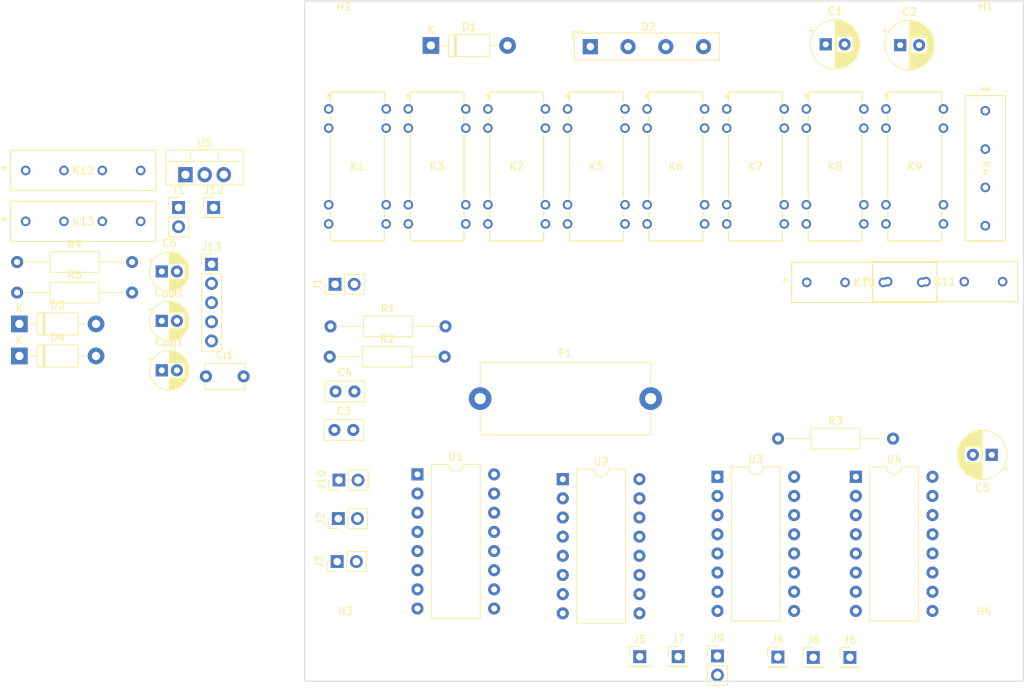
<source format=kicad_pcb>
(kicad_pcb (version 20240108) (generator "pcbnew") (generator_version "8.0")
  (layers (0 "F.Cu" signal) (31 "B.Cu" signal) (34 "B.Paste" user) (35 "F.Paste" user) (36 "B.SilkS" user "B.Silkscreen") (37 "F.SilkS" user "F.Silkscreen") (38 "B.Mask" user) (39 "F.Mask" user) (44 "Edge.Cuts" user))
  (net 0 "")
  (net 1 "Net-(C1-Pad1)")
  (net 2 "Net-(C1-Pad2)")
  (net 3 "Net-(C2-Pad2)")
  (net 4 "Net-(C2-Pad1)")
  (net 5 "Net-(D1-K)")
  (net 6 "Net-(D1-A)")
  (net 7 "Net-(D2-Pad2)")
  (net 8 "Net-(D2--)")
  (net 9 "Net-(D2-Pad3)")
  (net 10 "Net-(D2-+)")
  (net 11 "Net-(J1-Pin_2)")
  (net 12 "Net-(J1-Pin_1)")
  (net 13 "+12V")
  (net 14 "Net-(C5-Pad2)")
  (net 15 "Net-(K1-Pad14)")
  (net 20 "GND")
  (net 21 "Net-(C5-Pad1)")
  (net 22 "Net-(J4-Pin_1)")
  (net 25 "Net-(K6-Pad14)")
  (net 27 "Net-(K6-Pad1)")
  (net 29 "Net-(K7-Pad14)")
  (net 30 "Net-(K7-Pad1)")
  (net 38 "Net-(J5-Pin_1)")
  (net 39 "+5V")
  (net 40 "Net-(J6-Pin_1)")
  (net 41 "Net-(J7-Pin_1)")
  (net 42 "Net-(U1-Q7_2)")
  (net 43 "/I_{15}")
  (net 44 "/I_{21}")
  (net 45 "/I_{13}")
  (net 46 "/I_{17}")
  (net 47 "/I_{16}")
  (net 48 "Net-(J8-Pin_1)")
  (net 49 "/I_{14}")
  (net 50 "/I_{11}")
  (net 51 "/I_{12}")
  (net 52 "/O_{14}")
  (net 53 "Net-(F1-Pad2)")
  (net 54 "/O_{15}")
  (net 55 "/O_{11}")
  (net 56 "/O_{17}")
  (net 57 "/O_{16}")
  (net 58 "/O_{13}")
  (net 59 "Net-(C6-Pad1)")
  (net 60 "/O_{12}")
  (net 61 "/I_{22}")
  (net 62 "/I_{23}")
  (net 63 "/I_{25}")
  (net 64 "/I_{24}")
  (net 65 "/I_{26}")
  (net 67 "/O_{21}")
  (net 69 "Net-(D4-A)")
  (net 72 "Net-(D3-K)")
  (net 73 "/O_{24}")
  (net 74 "Net-(D3-A)")
  (net 77 "/O_{23}")
  (net 78 "/I_{27}")
  (net 79 "/O_{22}")
  (net 80 "Net-(T1-SB)")
  (net 81 "/O_{25}")
  (net 82 "Net-(J9-Pin_2)")
  (net 84 "/bypass pos")
  (net 85 "/bypass neg")
  (net 86 "Net-(T1-SA)")
  (net 87 "Net-(K10-Pad4)")
  (net 88 "/O_{26}")
  (footprint "Diode_THT:D_DO-41_SOD81_P10.16mm_Horizontal" (layer "F.Cu") (at 90.72 40.9)
    (property "Reference" "D1" (at 5.08 -2.47 0) (layer "F.SilkS"))
    (property "Value" "1N4007")
    (fp_text user "K" (at 0 -2.1 0) (layer "F.SilkS"))
    (pad "1" thru_hole rect (at 0 0) (size 2.2 2.2) (drill 1.1) (layers "*.Cu" "*.Mask") (net 5 "Net-(D1-K)"))
    (pad "2" thru_hole oval (at 10.16 0) (size 2.2 2.2) (drill 1.1) (layers "*.Cu" "*.Mask") (net 6 "Net-(D1-A)"))
  )
  (footprint "Diode_THT:Diode_Bridge_19.0x3.5x10.0mm_P5.0mm" (layer "F.Cu") (at 111.85 41.05)
    (property "Reference" "D2" (at 7.7 -2.6 0) (layer "F.SilkS"))
    (property "Value" "B250C2300-1500A")
    (pad "1" thru_hole rect (at 0 0) (size 2 2) (drill 1) (layers "*.Cu" "*.Mask") (net 8 "Net-(D2--)"))
    (pad "2" thru_hole circle (at 5 0) (size 2 2) (drill 1) (layers "*.Cu" "*.Mask") (net 7 "Net-(D2-Pad2)"))
    (pad "3" thru_hole circle (at 10 0) (size 2 2) (drill 1) (layers "*.Cu" "*.Mask") (net 9 "Net-(D2-Pad3)"))
    (pad "4" thru_hole circle (at 15 0) (size 2 2) (drill 1) (layers "*.Cu" "*.Mask") (net 10 "Net-(D2-+)"))
  )
  (footprint "Connector_PinHeader_2.54mm:PinHeader_1x01_P2.54mm_Vertical" (layer "F.Cu") (at 146.25 122)
    (property "Reference" "J6" (at 0 -2.33 0) (layer "F.SilkS"))
    (property "Value" "GPIO6")
    (pad "1" thru_hole rect (at 0 0) (size 1.7 1.7) (drill 1) (layers "*.Cu" "*.Mask") (net 40 "Net-(J6-Pin_1)"))
  )
  (footprint "3570-1331-123:SIP_3570-1331_COM" (layer "F.Cu") (at 140.53 72.3)
    (property "Reference" "K10" (at 7.62 0 0) (layer "F.SilkS"))
    (property "Value" "3570-1331-123")
    (fp_text user "*" (at -2.8956 0 0) (layer "F.SilkS"))
    (fp_text user "*" (at -2.8956 0 0) (layer "F.SilkS"))
    (pad "1" thru_hole circle (at 0 0) (size 1.27 1.27) (drill 0.762) (layers "*.Cu" "*.Mask") (net 84 "/bypass pos"))
    (pad "2" thru_hole circle (at 5.08 0) (size 1.27 1.27) (drill 0.762) (layers "*.Cu" "*.Mask") (net 13 "+12V"))
    (pad "3" thru_hole circle (at 10.16 0) (size 1.27 1.27) (drill 0.762) (layers "*.Cu" "*.Mask") (net 77 "/O_{23}"))
    (pad "4" thru_hole circle (at 15.24 0) (size 1.27 1.27) (drill 0.762) (layers "*.Cu" "*.Mask") (net 87 "Net-(K10-Pad4)"))
  )
  (footprint "MountingHole:MountingHole_3.2mm_M3" (layer "F.Cu") (at 79.39 120.07)
    (property "Reference" "H3" (at 0 -4.2 0) (layer "F.SilkS"))
    (property "Value" "MountingHole")
    (pad "" np_thru_hole circle (at 0 0) (size 3.2 3.2) (drill 3.2) (layers "F&B.Cu" "*.Mask"))
  )
  (footprint "Capacitor_THT:C_Disc_D5.0mm_W2.5mm_P2.50mm" (layer "F.Cu") (at 78.085 86.75)
    (property "Reference" "C4" (at 1.25 -2.5 0) (layer "F.SilkS"))
    (property "Value" "0.1uF")
    (pad "1" thru_hole circle (at 0 0) (size 1.6 1.6) (drill 0.8) (layers "*.Cu" "*.Mask") (net 39 "+5V"))
    (pad "2" thru_hole circle (at 2.5 0) (size 1.6 1.6) (drill 0.8) (layers "*.Cu" "*.Mask") (net 20 "GND"))
  )
  (footprint "Capacitor_THT:CP_Radial_D6.3mm_P2.50mm" (layer "F.Cu") (at 143.05 40.75)
    (property "Reference" "C1" (at 1.25 -4.4 0) (layer "F.SilkS"))
    (property "Value" "10uF")
    (pad "1" thru_hole rect (at 0 0) (size 1.6 1.6) (drill 0.8) (layers "*.Cu" "*.Mask") (net 1 "Net-(C1-Pad1)"))
    (pad "2" thru_hole circle (at 2.5 0) (size 1.6 1.6) (drill 0.8) (layers "*.Cu" "*.Mask") (net 2 "Net-(C1-Pad2)"))
  )
  (footprint "3572-1220-123:RELAY8_3572-1220-053_COM" (layer "F.Cu") (at 151.03 49.31)
    (property "Reference" "K9" (at 3.81 7.62 0) (layer "F.SilkS"))
    (property "Value" "3572-1220-123")
    (fp_text user "*" (at 0 -1.397 0) (layer "F.SilkS"))
    (fp_text user "*" (at 0 -1.397 0) (layer "F.SilkS"))
    (pad "1" thru_hole circle (at 0 0) (size 1.27 1.27) (drill 0.762) (layers "*.Cu" "*.Mask") (net 4 "Net-(C2-Pad1)"))
    (pad "2" thru_hole circle (at 0 2.54) (size 1.27 1.27) (drill 0.762) (layers "*.Cu" "*.Mask"))
    (pad "6" thru_hole circle (at 0 12.7) (size 1.27 1.27) (drill 0.762) (layers "*.Cu" "*.Mask") (net 79 "/O_{22}"))
    (pad "7" thru_hole circle (at 0 15.24) (size 1.27 1.27) (drill 0.762) (layers "*.Cu" "*.Mask") (net 85 "/bypass neg"))
    (pad "8" thru_hole circle (at 7.62 15.24) (size 1.27 1.27) (drill 0.762) (layers "*.Cu" "*.Mask") (net 82 "Net-(J9-Pin_2)"))
    (pad "9" thru_hole circle (at 7.62 12.7) (size 1.27 1.27) (drill 0.762) (layers "*.Cu" "*.Mask"))
    (pad "13" thru_hole circle (at 7.62 2.54) (size 1.27 1.27) (drill 0.762) (layers "*.Cu" "*.Mask"))
    (pad "14" thru_hole circle (at 7.62 0) (size 1.27 1.27) (drill 0.762) (layers "*.Cu" "*.Mask") (net 3 "Net-(C2-Pad2)"))
  )
  (footprint "3572-1220-123:RELAY8_3572-1220-053_COM" (layer "F.Cu") (at 140.4796 49.31)
    (property "Reference" "K8" (at 3.81 7.62 0) (layer "F.SilkS"))
    (property "Value" "3572-1220-123")
    (fp_text user "*" (at 0 -1.397 0) (layer "F.SilkS"))
    (fp_text user "*" (at 0 -1.397 0) (layer "F.SilkS"))
    (pad "1" thru_hole circle (at 0 0) (size 1.27 1.27) (drill 0.762) (layers "*.Cu" "*.Mask") (net 1 "Net-(C1-Pad1)"))
    (pad "2" thru_hole circle (at 0 2.54) (size 1.27 1.27) (drill 0.762) (layers "*.Cu" "*.Mask") (net 13 "+12V"))
    (pad "6" thru_hole circle (at 0 12.7) (size 1.27 1.27) (drill 0.762) (layers "*.Cu" "*.Mask") (net 67 "/O_{21}"))
    (pad "7" thru_hole circle (at 0 15.24) (size 1.27 1.27) (drill 0.762) (layers "*.Cu" "*.Mask") (net 85 "/bypass neg"))
    (pad "8" thru_hole circle (at 7.62 15.24) (size 1.27 1.27) (drill 0.762) (layers "*.Cu" "*.Mask") (net 82 "Net-(J9-Pin_2)"))
    (pad "9" thru_hole circle (at 7.62 12.7) (size 1.27 1.27) (drill 0.762) (layers "*.Cu" "*.Mask"))
    (pad "13" thru_hole circle (at 7.62 2.54) (size 1.27 1.27) (drill 0.762) (layers "*.Cu" "*.Mask"))
    (pad "14" thru_hole circle (at 7.62 0) (size 1.27 1.27) (drill 0.762) (layers "*.Cu" "*.Mask") (net 2 "Net-(C1-Pad2)"))
  )
  (footprint "3572-1220-123:RELAY8_3572-1220-053_COM" (layer "F.Cu") (at 77.1772 49.31)
    (property "Reference" "K1" (at 3.81 7.62 0) (layer "F.SilkS"))
    (property "Value" "3572-1220-123")
    (fp_text user "*" (at 0 -1.397 0) (layer "F.SilkS"))
    (fp_text user "*" (at 0 -1.397 0) (layer "F.SilkS"))
    (pad "1" thru_hole circle (at 0 0) (size 1.27 1.27) (drill 0.762) (layers "*.Cu" "*.Mask") (net 12 "Net-(J1-Pin_1)"))
    (pad "2" thru_hole circle (at 0 2.54) (size 1.27 1.27) (drill 0.762) (layers "*.Cu" "*.Mask") (net 13 "+12V"))
    (pad "6" thru_hole circle (at 0 12.7) (size 1.27 1.27) (drill 0.762) (layers "*.Cu" "*.Mask") (net 55 "/O_{11}"))
    (pad "7" thru_hole circle (at 0 15.24) (size 1.27 1.27) (drill 0.762) (layers "*.Cu" "*.Mask") (net 84 "/bypass pos"))
    (pad "8" thru_hole circle (at 7.62 15.24) (size 1.27 1.27) (drill 0.762) (layers "*.Cu" "*.Mask") (net 11 "Net-(J1-Pin_2)"))
    (pad "9" thru_hole circle (at 7.62 12.7) (size 1.27 1.27) (drill 0.762) (layers "*.Cu" "*.Mask"))
    (pad "13" thru_hole circle (at 7.62 2.54) (size 1.27 1.27) (drill 0.762) (layers "*.Cu" "*.Mask"))
    (pad "14" thru_hole circle (at 7.62 0) (size 1.27 1.27) (drill 0.762) (layers "*.Cu" "*.Mask") (net 15 "Net-(K1-Pad14)"))
  )
  (footprint "Connector_PinHeader_2.54mm:PinHeader_1x02_P2.54mm_Vertical" (layer "F.Cu") (at 78.525 98.5 90)
    (property "Reference" "J10" (at 0 -2.33 -90) (layer "F.SilkS"))
    (property "Value" "Gerador Sinal")
    (pad "1" thru_hole rect (at 0 0 90) (size 1.7 1.7) (drill 1) (layers "*.Cu" "*.Mask") (net 11 "Net-(J1-Pin_2)"))
    (pad "2" thru_hole oval (at 0 2.54 90) (size 1.7 1.7) (drill 1) (layers "*.Cu" "*.Mask") (net 12 "Net-(J1-Pin_1)"))
  )
  (footprint "Capacitor_THT:C_Disc_D5.1mm_W3.2mm_P5.00mm" (layer "F.Cu") (at 60.9 84.75)
    (property "Reference" "C_{i}1" (at 2.5 -2.85 0) (layer "F.SilkS"))
    (property "Value" "100nF")
    (pad "1" thru_hole circle (at 0 0) (size 1.6 1.6) (drill 0.8) (layers "*.Cu" "*.Mask") (net 72 "Net-(D3-K)"))
    (pad "2" thru_hole circle (at 5 0) (size 1.6 1.6) (drill 0.8) (layers "*.Cu" "*.Mask") (net 20 "GND"))
  )
  (footprint "MountingHole:MountingHole_3.2mm_M3" (layer "F.Cu") (at 164.04 120.12)
    (property "Reference" "H4" (at 0 -4.2 0) (layer "F.SilkS"))
    (property "Value" "MountingHole")
    (pad "" np_thru_hole circle (at 0 0) (size 3.2 3.2) (drill 3.2) (layers "F&B.Cu" "*.Mask"))
  )
  (footprint "Connector_PinHeader_2.54mm:PinHeader_1x02_P2.54mm_Vertical" (layer "F.Cu") (at 128.7 121.8)
    (property "Reference" "J9" (at 0 -2.33 0) (layer "F.SilkS"))
    (property "Value" "Canal 2 - V_{out}")
    (pad "1" thru_hole rect (at 0 0) (size 1.7 1.7) (drill 1) (layers "*.Cu" "*.Mask") (net 85 "/bypass neg"))
    (pad "2" thru_hole oval (at 0 2.54) (size 1.7 1.7) (drill 1) (layers "*.Cu" "*.Mask") (net 82 "Net-(J9-Pin_2)"))
  )
  (footprint "Connector_PinHeader_2.54mm:PinHeader_1x01_P2.54mm_Vertical" (layer "F.Cu") (at 61.93 62.38)
    (property "Reference" "J12" (at 0 -2.33 0) (layer "F.SilkS"))
    (property "Value" "V_{in}")
    (pad "1" thru_hole rect (at 0 0) (size 1.7 1.7) (drill 1) (layers "*.Cu" "*.Mask") (net 72 "Net-(D3-K)"))
  )
  (footprint "Resistor_THT:R_Axial_DIN0207_L6.3mm_D2.5mm_P15.24mm_Horizontal" (layer "F.Cu") (at 136.73 93)
    (property "Reference" "R3" (at 7.62 -2.37 0) (layer "F.SilkS"))
    (property "Value" "1K")
    (pad "1" thru_hole circle (at 0 0) (size 1.6 1.6) (drill 0.8) (layers "*.Cu" "*.Mask") (net 85 "/bypass neg"))
    (pad "2" thru_hole oval (at 15.24 0) (size 1.6 1.6) (drill 0.8) (layers "*.Cu" "*.Mask") (net 87 "Net-(K10-Pad4)"))
  )
  (footprint "Capacitor_THT:C_Disc_D5.0mm_W2.5mm_P2.50mm" (layer "F.Cu") (at 77.935 91.85)
    (property "Reference" "C3" (at 1.25 -2.5 0) (layer "F.SilkS"))
    (property "Value" "0.1uF")
    (pad "1" thru_hole circle (at 0 0) (size 1.6 1.6) (drill 0.8) (layers "*.Cu" "*.Mask") (net 39 "+5V"))
    (pad "2" thru_hole circle (at 2.5 0) (size 1.6 1.6) (drill 0.8) (layers "*.Cu" "*.Mask") (net 20 "GND"))
  )
  (footprint "Connector_PinHeader_2.54mm:PinHeader_1x01_P2.54mm_Vertical" (layer "F.Cu") (at 136.7 121.95)
    (property "Reference" "J4" (at 0 -2.33 0) (layer "F.SilkS"))
    (property "Value" "GPIO22")
    (pad "1" thru_hole rect (at 0 0) (size 1.7 1.7) (drill 1) (layers "*.Cu" "*.Mask") (net 22 "Net-(J4-Pin_1)"))
  )
  (footprint "Package_DIP:DIP-16_W10.16mm" (layer "F.Cu") (at 88.94 97.74)
    (property "Reference" "U1" (at 5.08 -2.33 0) (layer "F.SilkS"))
    (property "Value" "74HC595N_112")
    (pad "1" thru_hole rect (at 0 0) (size 1.6 1.6) (drill 0.8) (layers "*.Cu" "*.Mask") (net 51 "/I_{12}"))
    (pad "2" thru_hole oval (at 0 2.54) (size 1.6 1.6) (drill 0.8) (layers "*.Cu" "*.Mask") (net 45 "/I_{13}"))
    (pad "3" thru_hole oval (at 0 5.08) (size 1.6 1.6) (drill 0.8) (layers "*.Cu" "*.Mask") (net 49 "/I_{14}"))
    (pad "4" thru_hole oval (at 0 7.62) (size 1.6 1.6) (drill 0.8) (layers "*.Cu" "*.Mask") (net 43 "/I_{15}"))
    (pad "5" thru_hole oval (at 0 10.16) (size 1.6 1.6) (drill 0.8) (layers "*.Cu" "*.Mask") (net 47 "/I_{16}"))
    (pad "6" thru_hole oval (at 0 12.7) (size 1.6 1.6) (drill 0.8) (layers "*.Cu" "*.Mask") (net 46 "/I_{17}"))
    (pad "7" thru_hole oval (at 0 15.24) (size 1.6 1.6) (drill 0.8) (layers "*.Cu" "*.Mask") (net 44 "/I_{21}"))
    (pad "8" thru_hole oval (at 0 17.78) (size 1.6 1.6) (drill 0.8) (layers "*.Cu" "*.Mask") (net 20 "GND"))
    (pad "9" thru_hole oval (at 10.16 17.78) (size 1.6 1.6) (drill 0.8) (layers "*.Cu" "*.Mask") (net 42 "Net-(U1-Q7_2)"))
    (pad "10" thru_hole oval (at 10.16 15.24) (size 1.6 1.6) (drill 0.8) (layers "*.Cu" "*.Mask") (net 38 "Net-(J5-Pin_1)"))
    (pad "11" thru_hole oval (at 10.16 12.7) (size 1.6 1.6) (drill 0.8) (layers "*.Cu" "*.Mask") (net 41 "Net-(J7-Pin_1)"))
    (pad "12" thru_hole oval (at 10.16 10.16) (size 1.6 1.6) (drill 0.8) (layers "*.Cu" "*.Mask") (net 40 "Net-(J6-Pin_1)"))
    (pad "13" thru_hole oval (at 10.16 7.62) (size 1.6 1.6) (drill 0.8) (layers "*.Cu" "*.Mask") (net 22 "Net-(J4-Pin_1)"))
    (pad "14" thru_hole oval (at 10.16 5.08) (size 1.6 1.6) (drill 0.8) (layers "*.Cu" "*.Mask") (net 48 "Net-(J8-Pin_1)"))
    (pad "15" thru_hole oval (at 10.16 2.54) (size 1.6 1.6) (drill 0.8) (layers "*.Cu" "*.Mask") (net 50 "/I_{11}"))
    (pad "16" thru_hole oval (at 10.16 0) (size 1.6 1.6) (drill 0.8) (layers "*.Cu" "*.Mask") (net 39 "+5V"))
  )
  (footprint "Package_DIP:DIP-16_W10.16mm" (layer "F.Cu") (at 108.2 98.375)
    (property "Reference" "U2" (at 5.08 -2.33 0) (layer "F.SilkS"))
    (property "Value" "ULN2003")
    (pad "1" thru_hole rect (at 0 0) (size 1.6 1.6) (drill 0.8) (layers "*.Cu" "*.Mask") (net 50 "/I_{11}"))
    (pad "2" thru_hole oval (at 0 2.54) (size 1.6 1.6) (drill 0.8) (layers "*.Cu" "*.Mask") (net 51 "/I_{12}"))
    (pad "3" thru_hole oval (at 0 5.08) (size 1.6 1.6) (drill 0.8) (layers "*.Cu" "*.Mask") (net 45 "/I_{13}"))
    (pad "4" thru_hole oval (at 0 7.62) (size 1.6 1.6) (drill 0.8) (layers "*.Cu" "*.Mask") (net 49 "/I_{14}"))
    (pad "5" thru_hole oval (at 0 10.16) (size 1.6 1.6) (drill 0.8) (layers "*.Cu" "*.Mask") (net 43 "/I_{15}"))
    (pad "6" thru_hole oval (at 0 12.7) (size 1.6 1.6) (drill 0.8) (layers "*.Cu" "*.Mask") (net 47 "/I_{16}"))
    (pad "7" thru_hole oval (at 0 15.24) (size 1.6 1.6) (drill 0.8) (layers "*.Cu" "*.Mask") (net 46 "/I_{17}"))
    (pad "8" thru_hole oval (at 0 17.78) (size 1.6 1.6) (drill 0.8) (layers "*.Cu" "*.Mask") (net 20 "GND"))
    (pad "9" thru_hole oval (at 10.16 17.78) (size 1.6 1.6) (drill 0.8) (layers "*.Cu" "*.Mask") (net 13 "+12V"))
    (pad "10" thru_hole oval (at 10.16 15.24) (size 1.6 1.6) (drill 0.8) (layers "*.Cu" "*.Mask") (net 56 "/O_{17}"))
    (pad "11" thru_hole oval (at 10.16 12.7) (size 1.6 1.6) (drill 0.8) (layers "*.Cu" "*.Mask") (net 57 "/O_{16}"))
    (pad "12" thru_hole oval (at 10.16 10.16) (size 1.6 1.6) (drill 0.8) (layers "*.Cu" "*.Mask") (net 54 "/O_{15}"))
    (pad "13" thru_hole oval (at 10.16 7.62) (size 1.6 1.6) (drill 0.8) (layers "*.Cu" "*.Mask") (net 52 "/O_{14}"))
    (pad "14" thru_hole oval (at 10.16 5.08) (size 1.6 1.6) (drill 0.8) (layers "*.Cu" "*.Mask") (net 58 "/O_{13}"))
    (pad "15" thru_hole oval (at 10.16 2.54) (size 1.6 1.6) (drill 0.8) (layers "*.Cu" "*.Mask") (net 60 "/O_{12}"))
    (pad "16" thru_hole oval (at 10.16 0) (size 1.6 1.6) (drill 0.8) (layers "*.Cu" "*.Mask") (net 55 "/O_{11}"))
  )
  (footprint "3570-1331-123:SIP_3570-1331_COM" (layer "F.Cu") (at 151.25 72.2)
    (property "Reference" "K11" (at 7.62 0 0) (layer "F.SilkS"))
    (property "Value" "3570-1331-123")
    (fp_text user "*" (at -2.8956 0 0) (layer "F.SilkS"))
    (fp_text user "*" (at -2.8956 0 0) (layer "F.SilkS"))
    (pad "1" thru_hole circle (at 0 0) (size 1.27 1.27) (drill 0.762) (layers "*.Cu" "*.Mask") (net 84 "/bypass pos"))
    (pad "2" thru_hole circle (at 5.08 0) (size 1.27 1.27) (drill 0.762) (layers "*.Cu" "*.Mask") (net 13 "+12V"))
    (pad "3" thru_hole circle (at 10.16 0) (size 1.27 1.27) (drill 0.762) (layers "*.Cu" "*.Mask") (net 73 "/O_{24}"))
    (pad "4" thru_hole circle (at 15.24 0) (size 1.27 1.27) (drill 0.762) (layers "*.Cu" "*.Mask") (net 59 "Net-(C6-Pad1)"))
  )
  (footprint "Connector_PinHeader_2.54mm:PinHeader_1x01_P2.54mm_Vertical" (layer "F.Cu") (at 123.5 121.9)
    (property "Reference" "J7" (at 0 -2.33 0) (layer "F.SilkS"))
    (property "Value" "GPIO13")
    (pad "1" thru_hole rect (at 0 0) (size 1.7 1.7) (drill 1) (layers "*.Cu" "*.Mask") (net 41 "Net-(J7-Pin_1)"))
  )
  (footprint "Capacitor_THT:CP_Radial_D5.0mm_P2.00mm" (layer "F.Cu") (at 55.059775 83.95)
    (property "Reference" "C_{adj}1" (at 1 -3.75 0) (layer "F.SilkS"))
    (property "Value" "10uF")
    (pad "1" thru_hole rect (at 0 0) (size 1.6 1.6) (drill 0.8) (layers "*.Cu" "*.Mask") (net 69 "Net-(D4-A)"))
    (pad "2" thru_hole circle (at 2 0) (size 1.6 1.6) (drill 0.8) (layers "*.Cu" "*.Mask") (net 20 "GND"))
  )
  (footprint "Connector_PinHeader_2.54mm:PinHeader_1x02_P2.54mm_Vertical" (layer "F.Cu") (at 78.025 72.55 90)
    (property "Reference" "J1" (at 0 -2.33 -90) (layer "F.SilkS"))
    (property "Value" "Canal 1 - V_{in}")
    (pad "1" thru_hole rect (at 0 0 90) (size 1.7 1.7) (drill 1) (layers "*.Cu" "*.Mask") (net 12 "Net-(J1-Pin_1)"))
    (pad "2" thru_hole oval (at 0 2.54 90) (size 1.7 1.7) (drill 1) (layers "*.Cu" "*.Mask") (net 11 "Net-(J1-Pin_2)"))
  )
  (footprint "Capacitor_THT:CP_Radial_D5.0mm_P2.00mm" (layer "F.Cu") (at 55.059775 77.4)
    (property "Reference" "C_{Out}1" (at 1 -3.75 0) (layer "F.SilkS"))
    (property "Value" "1uF")
    (pad "1" thru_hole rect (at 0 0) (size 1.6 1.6) (drill 0.8) (layers "*.Cu" "*.Mask") (net 74 "Net-(D3-A)"))
    (pad "2" thru_hole circle (at 2 0) (size 1.6 1.6) (drill 0.8) (layers "*.Cu" "*.Mask") (net 20 "GND"))
  )
  (footprint "Connector_PinHeader_2.54mm:PinHeader_1x02_P2.54mm_Vertical" (layer "F.Cu") (at 78.3 109.3 90)
    (property "Reference" "J3" (at 0 -2.33 -90) (layer "F.SilkS"))
    (property "Value" "Fonte 5V - PI5")
    (pad "1" thru_hole rect (at 0 0 90) (size 1.7 1.7) (drill 1) (layers "*.Cu" "*.Mask") (net 39 "+5V"))
    (pad "2" thru_hole oval (at 0 2.54 90) (size 1.7 1.7) (drill 1) (layers "*.Cu" "*.Mask") (net 20 "GND"))
  )
  (footprint "Diode_THT:D_DO-41_SOD81_P10.16mm_Horizontal" (layer "F.Cu") (at 36.18 82.05)
    (property "Reference" "D4" (at 5.08 -2.47 0) (layer "F.SilkS"))
    (property "Value" "1N4007")
    (fp_text user "K" (at 0 -2.1 0) (layer "F.SilkS"))
    (pad "1" thru_hole rect (at 0 0) (size 2.2 2.2) (drill 1.1) (layers "*.Cu" "*.Mask") (net 74 "Net-(D3-A)"))
    (pad "2" thru_hole oval (at 10.16 0) (size 2.2 2.2) (drill 1.1) (layers "*.Cu" "*.Mask") (net 69 "Net-(D4-A)"))
  )
  (footprint "3570-1331-123:SIP_3570-1331_COM" (layer "F.Cu") (at 37.0148 64.2056)
    (property "Reference" "K13" (at 7.62 0 0) (layer "F.SilkS"))
    (property "Value" "3570-1331-123")
    (fp_text user "*" (at -2.8956 0 0) (layer "F.SilkS"))
    (fp_text user "*" (at -2.8956 0 0) (layer "F.SilkS"))
    (pad "1" thru_hole circle (at 0 0) (size 1.27 1.27) (drill 0.762) (layers "*.Cu" "*.Mask") (net 12 "Net-(J1-Pin_1)"))
    (pad "2" thru_hole circle (at 5.08 0) (size 1.27 1.27) (drill 0.762) (layers "*.Cu" "*.Mask") (net 13 "+12V"))
    (pad "3" thru_hole circle (at 10.16 0) (size 1.27 1.27) (drill 0.762) (layers "*.Cu" "*.Mask") (net 88 "/O_{26}"))
    (pad "4" thru_hole circle (at 15.24 0) (size 1.27 1.27) (drill 0.762) (layers "*.Cu" "*.Mask") (net 10 "Net-(D2-+)"))
  )
  (footprint "Resistor_THT:R_Axial_DIN0207_L6.3mm_D2.5mm_P15.24mm_Horizontal" (layer "F.Cu") (at 77.31 82.15)
    (property "Reference" "R2" (at 7.62 -2.37 0) (layer "F.SilkS"))
    (property "Value" "4.7K")
    (pad "1" thru_hole circle (at 0 0) (size 1.6 1.6) (drill 0.8) (layers "*.Cu" "*.Mask") (net 30 "Net-(K7-Pad1)"))
    (pad "2" thru_hole oval (at 15.24 0) (size 1.6 1.6) (drill 0.8) (layers "*.Cu" "*.Mask") (net 29 "Net-(K7-Pad14)"))
  )
  (footprint "Fuse:Fuseholder_Cylinder-5x20mm_Stelvio-Kontek_PTF78_Horizontal_Open" (layer "F.Cu") (at 97.25 87.7)
    (property "Reference" "F1" (at 11.25 -6 0) (layer "F.SilkS"))
    (property "Value" "Fuse")
    (pad "1" thru_hole circle (at 0 0) (size 3 3) (drill 1.5) (layers "*.Cu" "*.Mask") (net 80 "Net-(T1-SB)"))
    (pad "2" thru_hole circle (at 22.6 0) (size 3 3) (drill 1.5) (layers "*.Cu" "*.Mask") (net 53 "Net-(F1-Pad2)"))
  )
  (footprint "Resistor_THT:R_Axial_DIN0207_L6.3mm_D2.5mm_P15.24mm_Horizontal" (layer "F.Cu") (at 35.88 69.6)
    (property "Reference" "R4" (at 7.62 -2.37 0) (layer "F.SilkS"))
    (property "Value" "330")
    (pad "1" thru_hole circle (at 0 0) (size 1.6 1.6) (drill 0.8) (layers "*.Cu" "*.Mask") (net 74 "Net-(D3-A)"))
    (pad "2" thru_hole oval (at 15.24 0) (size 1.6 1.6) (drill 0.8) (layers "*.Cu" "*.Mask") (net 69 "Net-(D4-A)"))
  )
  (footprint "3572-1220-123:RELAY8_3572-1220-053_COM" (layer "F.Cu") (at 108.8284 49.31)
    (property "Reference" "K5" (at 3.81 7.62 0) (layer "F.SilkS"))
    (property "Value" "3572-1220-123")
    (fp_text user "*" (at 0 -1.397 0) (layer "F.SilkS"))
    (fp_text user "*" (at 0 -1.397 0) (layer "F.SilkS"))
    (pad "1" thru_hole circle (at 0 0) (size 1.27 1.27) (drill 0.762) (layers "*.Cu" "*.Mask") (net 10 "Net-(D2-+)"))
    (pad "2" thru_hole circle (at 0 2.54) (size 1.27 1.27) (drill 0.762) (layers "*.Cu" "*.Mask") (net 13 "+12V"))
    (pad "6" thru_hole circle (at 0 12.7) (size 1.27 1.27) (drill 0.762) (layers "*.Cu" "*.Mask") (net 54 "/O_{15}"))
    (pad "7" thru_hole circle (at 0 15.24) (size 1.27 1.27) (drill 0.762) (layers "*.Cu" "*.Mask") (net 85 "/bypass neg"))
    (pad "8" thru_hole circle (at 7.62 15.24) (size 1.27 1.27) (drill 0.762) (layers "*.Cu" "*.Mask") (net 82 "Net-(J9-Pin_2)"))
    (pad "9" thru_hole circle (at 7.62 12.7) (size 1.27 1.27) (drill 0.762) (layers "*.Cu" "*.Mask"))
    (pad "13" thru_hole circle (at 7.62 2.54) (size 1.27 1.27) (drill 0.762) (layers "*.Cu" "*.Mask"))
    (pad "14" thru_hole circle (at 7.62 0) (size 1.27 1.27) (drill 0.762) (layers "*.Cu" "*.Mask") (net 8 "Net-(D2--)"))
  )
  (footprint "Capacitor_THT:CP_Radial_D5.0mm_P2.00mm" (layer "F.Cu") (at 55.059775 70.85)
    (property "Reference" "C6" (at 1 -3.75 0) (layer "F.SilkS"))
    (property "Value" "10uF")
    (pad "1" thru_hole rect (at 0 0) (size 1.6 1.6) (drill 0.8) (layers "*.Cu" "*.Mask") (net 59 "Net-(C6-Pad1)"))
    (pad "2" thru_hole circle (at 2 0) (size 1.6 1.6) (drill 0.8) (layers "*.Cu" "*.Mask") (net 85 "/bypass neg"))
  )
  (footprint "Package_DIP:DIP-16_W10.16mm" (layer "F.Cu") (at 147.04 98.06)
    (property "Reference" "U4" (at 5.08 -2.33 0) (layer "F.SilkS"))
    (property "Value" "ULN2003")
    (pad "1" thru_hole rect (at 0 0) (size 1.6 1.6) (drill 0.8) (layers "*.Cu" "*.Mask") (net 44 "/I_{21}"))
    (pad "2" thru_hole oval (at 0 2.54) (size 1.6 1.6) (drill 0.8) (layers "*.Cu" "*.Mask") (net 61 "/I_{22}"))
    (pad "3" thru_hole oval (at 0 5.08) (size 1.6 1.6) (drill 0.8) (layers "*.Cu" "*.Mask") (net 62 "/I_{23}"))
    (pad "4" thru_hole oval (at 0 7.62) (size 1.6 1.6) (drill 0.8) (layers "*.Cu" "*.Mask") (net 64 "/I_{24}"))
    (pad "5" thru_hole oval (at 0 10.16) (size 1.6 1.6) (drill 0.8) (layers "*.Cu" "*.Mask") (net 63 "/I_{25}"))
    (pad "6" thru_hole oval (at 0 12.7) (size 1.6 1.6) (drill 0.8) (layers "*.Cu" "*.Mask") (net 65 "/I_{26}"))
    (pad "7" thru_hole oval (at 0 15.24) (size 1.6 1.6) (drill 0.8) (layers "*.Cu" "*.Mask") (net 78 "/I_{27}"))
    (pad "8" thru_hole oval (at 0 17.78) (size 1.6 1.6) (drill 0.8) (layers "*.Cu" "*.Mask") (net 20 "GND"))
    (pad "9" thru_hole oval (at 10.16 17.78) (size 1.6 1.6) (drill 0.8) (layers "*.Cu" "*.Mask") (net 13 "+12V"))
    (pad "10" thru_hole oval (at 10.16 15.24) (size 1.6 1.6) (drill 0.8) (layers "*.Cu" "*.Mask"))
    (pad "11" thru_hole oval (at 10.16 12.7) (size 1.6 1.6) (drill 0.8) (layers "*.Cu" "*.Mask") (net 88 "/O_{26}"))
    (pad "12" thru_hole oval (at 10.16 10.16) (size 1.6 1.6) (drill 0.8) (layers "*.Cu" "*.Mask") (net 81 "/O_{25}"))
    (pad "13" thru_hole oval (at 10.16 7.62) (size 1.6 1.6) (drill 0.8) (layers "*.Cu" "*.Mask") (net 73 "/O_{24}"))
    (pad "14" thru_hole oval (at 10.16 5.08) (size 1.6 1.6) (drill 0.8) (layers "*.Cu" "*.Mask") (net 77 "/O_{23}"))
    (pad "15" thru_hole oval (at 10.16 2.54) (size 1.6 1.6) (drill 0.8) (layers "*.Cu" "*.Mask") (net 79 "/O_{22}"))
    (pad "16" thru_hole oval (at 10.16 0) (size 1.6 1.6) (drill 0.8) (layers "*.Cu" "*.Mask") (net 67 "/O_{21}"))
  )
  (footprint "MountingHole:MountingHole_3.2mm_M3" (layer "F.Cu") (at 79.04 39.82)
    (property "Reference" "H2" (at 0.16 -4.07 0) (layer "F.SilkS"))
    (property "Value" "MountingHole")
    (pad "" np_thru_hole circle (at 0 0) (size 3.2 3.2) (drill 3.2) (layers "F&B.Cu" "*.Mask"))
  )
  (footprint "Resistor_THT:R_Axial_DIN0207_L6.3mm_D2.5mm_P15.24mm_Horizontal" (layer "F.Cu") (at 77.417 78.1239)
    (property "Reference" "R1" (at 7.62 -2.37 0) (layer "F.SilkS"))
    (property "Value" "1K")
    (pad "1" thru_hole circle (at 0 0) (size 1.6 1.6) (drill 0.8) (layers "*.Cu" "*.Mask") (net 27 "Net-(K6-Pad1)"))
    (pad "2" thru_hole oval (at 15.24 0) (size 1.6 1.6) (drill 0.8) (layers "*.Cu" "*.Mask") (net 25 "Net-(K6-Pad14)"))
  )
  (footprint "Connector_PinHeader_2.54mm:PinHeader_1x05_P2.54mm_Vertical" (layer "F.Cu") (at 61.65 69.9)
    (property "Reference" "J13" (at 0 -2.33 0) (layer "F.SilkS"))
    (property "Value" "V_{out}")
    (pad "1" thru_hole rect (at 0 0) (size 1.7 1.7) (drill 1) (layers "*.Cu" "*.Mask") (net 74 "Net-(D3-A)"))
    (pad "2" thru_hole oval (at 0 2.54) (size 1.7 1.7) (drill 1) (layers "*.Cu" "*.Mask") (net 74 "Net-(D3-A)"))
    (pad "3" thru_hole oval (at 0 5.08) (size 1.7 1.7) (drill 1) (layers "*.Cu" "*.Mask") (net 74 "Net-(D3-A)"))
    (pad "4" thru_hole oval (at 0 7.62) (size 1.7 1.7) (drill 1) (layers "*.Cu" "*.Mask") (net 74 "Net-(D3-A)"))
    (pad "5" thru_hole oval (at 0 10.16) (size 1.7 1.7) (drill 1) (layers "*.Cu" "*.Mask") (net 74 "Net-(D3-A)"))
  )
  (footprint "Diode_THT:D_DO-41_SOD81_P10.16mm_Horizontal" (layer "F.Cu") (at 36.18 77.8)
    (property "Reference" "D3" (at 5.08 -2.47 0) (layer "F.SilkS"))
    (property "Value" "1N4007")
    (fp_text user "K" (at 0 -2.1 0) (layer "F.SilkS"))
    (pad "1" thru_hole rect (at 0 0) (size 2.2 2.2) (drill 1.1) (layers "*.Cu" "*.Mask") (net 72 "Net-(D3-K)"))
    (pad "2" thru_hole oval (at 10.16 0) (size 2.2 2.2) (drill 1.1) (layers "*.Cu" "*.Mask") (net 74 "Net-(D3-A)"))
  )
  (footprint "3572-1220-123:RELAY8_3572-1220-053_COM" (layer "F.Cu") (at 87.7276 49.31)
    (property "Reference" "K3" (at 3.81 7.62 0) (layer "F.SilkS"))
    (property "Value" "3572-1220-123")
    (fp_text user "*" (at 0 -1.397 0) (layer "F.SilkS"))
    (fp_text user "*" (at 0 -1.397 0) (layer "F.SilkS"))
    (pad "1" thru_hole circle (at 0 0) (size 1.27 1.27) (drill 0.762) (layers "*.Cu" "*.Mask") (net 5 "Net-(D1-K)"))
    (pad "2" thru_hole circle (at 0 2.54) (size 1.27 1.27) (drill 0.762) (layers "*.Cu" "*.Mask") (net 13 "+12V"))
    (pad "6" thru_hole circle (at 0 12.7) (size 1.27 1.27) (drill 0.762) (layers "*.Cu" "*.Mask") (net 58 "/O_{13}"))
    (pad "7" thru_hole circle (at 0 15.24) (size 1.27 1.27) (drill 0.762) (layers "*.Cu" "*.Mask") (net 85 "/bypass neg"))
    (pad "8" thru_hole circle (at 7.62 15.24) (size 1.27 1.27) (drill 0.762) (layers "*.Cu" "*.Mask") (net 84 "/bypass pos"))
    (pad "9" thru_hole circle (at 7.62 12.7) (size 1.27 1.27) (drill 0.762) (layers "*.Cu" "*.Mask"))
    (pad "13" thru_hole circle (at 7.62 2.54) (size 1.27 1.27) (drill 0.762) (layers "*.Cu" "*.Mask"))
    (pad "14" thru_hole circle (at 7.62 0) (size 1.27 1.27) (drill 0.762) (layers "*.Cu" "*.Mask") (net 6 "Net-(D1-A)"))
  )
  (footprint "Connector_PinHeader_2.54mm:PinHeader_1x01_P2.54mm_Vertical" (layer "F.Cu") (at 118.4 121.9)
    (property "Reference" "J5" (at 0 -2.33 0) (layer "F.SilkS"))
    (property "Value" "GPIO26")
    (pad "1" thru_hole rect (at 0 0) (size 1.7 1.7) (drill 1) (layers "*.Cu" "*.Mask") (net 38 "Net-(J5-Pin_1)"))
  )
  (footprint "Capacitor_THT:CP_Radial_D6.3mm_P2.50mm" (layer "F.Cu") (at 165.05 95.15 180)
    (property "Reference" "C5" (at 1.25 -4.4 180) (layer "F.SilkS"))
    (property "Value" "10uF")
    (pad "1" thru_hole rect (at 0 0 180) (size 1.6 1.6) (drill 0.8) (layers "*.Cu" "*.Mask") (net 21 "Net-(C5-Pad1)"))
    (pad "2" thru_hole circle (at 2.5 0 180) (size 1.6 1.6) (drill 0.8) (layers "*.Cu" "*.Mask") (net 14 "Net-(C5-Pad2)"))
  )
  (footprint "MountingHole:MountingHole_3.2mm_M3" (layer "F.Cu") (at 164.29 39.92)
    (property "Reference" "H1" (at 0 -4.2 0) (layer "F.SilkS"))
    (property "Value" "MountingHole")
    (pad "" np_thru_hole circle (at 0 0) (size 3.2 3.2) (drill 3.2) (layers "F&B.Cu" "*.Mask"))
  )
  (footprint "Connector_PinHeader_2.54mm:PinHeader_1x02_P2.54mm_Vertical" (layer "F.Cu") (at 57.28 62.38)
    (property "Reference" "T1" (at 0 -2.33 0) (layer "F.SilkS"))
    (property "Value" "Transformer_1P_1S")
    (pad "1" thru_hole rect (at 0 0) (size 1.7 1.7) (drill 1) (layers "*.Cu" "*.Mask"))
    (pad "2" thru_hole oval (at 0 2.54) (size 1.7 1.7) (drill 1) (layers "*.Cu" "*.Mask"))
  )
  (footprint "3572-1220-123:RELAY8_3572-1220-053_COM" (layer "F.Cu") (at 98.278 49.31)
    (property "Reference" "K2" (at 3.81 7.62 0) (layer "F.SilkS"))
    (property "Value" "3572-1220-123")
    (fp_text user "*" (at 0 -1.397 0) (layer "F.SilkS"))
    (fp_text user "*" (at 0 -1.397 0) (layer "F.SilkS"))
    (pad "1" thru_hole circle (at 0 0) (size 1.27 1.27) (drill 0.762) (layers "*.Cu" "*.Mask") (net 86 "Net-(T1-SA)"))
    (pad "2" thru_hole circle (at 0 2.54) (size 1.27 1.27) (drill 0.762) (layers "*.Cu" "*.Mask") (net 13 "+12V"))
    (pad "6" thru_hole circle (at 0 12.7) (size 1.27 1.27) (drill 0.762) (layers "*.Cu" "*.Mask") (net 60 "/O_{12}"))
    (pad "7" thru_hole circle (at 0 15.24) (size 1.27 1.27) (drill 0.762) (layers "*.Cu" "*.Mask") (net 9 "Net-(D2-Pad3)"))
    (pad "8" thru_hole circle (at 7.62 15.24) (size 1.27 1.27) (drill 0.762) (layers "*.Cu" "*.Mask") (net 7 "Net-(D2-Pad2)"))
    (pad "9" thru_hole circle (at 7.62 12.7) (size 1.27 1.27) (drill 0.762) (layers "*.Cu" "*.Mask"))
    (pad "13" thru_hole circle (at 7.62 2.54) (size 1.27 1.27) (drill 0.762) (layers "*.Cu" "*.Mask"))
    (pad "14" thru_hole circle (at 7.62 0) (size 1.27 1.27) (drill 0.762) (layers "*.Cu" "*.Mask") (net 53 "Net-(F1-Pad2)"))
  )
  (footprint "3572-1220-123:RELAY8_3572-1220-053_COM" (layer "F.Cu") (at 129.9292 49.31)
    (property "Reference" "K7" (at 3.81 7.62 0) (layer "F.SilkS"))
    (property "Value" "3572-1220-123")
    (fp_text user "*" (at 0 -1.397 0) (layer "F.SilkS"))
    (fp_text user "*" (at 0 -1.397 0) (layer "F.SilkS"))
    (pad "1" thru_hole circle (at 0 0) (size 1.27 1.27) (drill 0.762) (layers "*.Cu" "*.Mask") (net 30 "Net-(K7-Pad1)"))
    (pad "2" thru_hole circle (at 0 2.54) (size 1.27 1.27) (drill 0.762) (layers "*.Cu" "*.Mask") (net 13 "+12V"))
    (pad "6" thru_hole circle (at 0 12.7) (size 1.27 1.27) (drill 0.762) (layers "*.Cu" "*.Mask") (net 56 "/O_{17}"))
    (pad "7" thru_hole circle (at 0 15.24) (size 1.27 1.27) (drill 0.762) (layers "*.Cu" "*.Mask") (net 85 "/bypass neg"))
    (pad "8" thru_hole circle (at 7.62 15.24) (size 1.27 1.27) (drill 0.762) (layers "*.Cu" "*.Mask") (net 82 "Net-(J9-Pin_2)"))
    (pad "9" thru_hole circle (at 7.62 12.7) (size 1.27 1.27) (drill 0.762) (layers "*.Cu" "*.Mask"))
    (pad "13" thru_hole circle (at 7.62 2.54) (size 1.27 1.27) (drill 0.762) (layers "*.Cu" "*.Mask"))
    (pad "14" thru_hole circle (at 7.62 0) (size 1.27 1.27) (drill 0.762) (layers "*.Cu" "*.Mask") (net 29 "Net-(K7-Pad14)"))
  )
  (footprint "Package_TO_SOT_THT:TO-220-3_Vertical" (layer "F.Cu") (at 58.19 58.02)
    (property "Reference" "U5" (at 2.54 -4.27 0) (layer "F.SilkS"))
    (property "Value" "LM317_TO-220")
    (pad "1" thru_hole rect (at 0 0) (size 1.905 2) (drill 1.1) (layers "*.Cu" "*.Mask") (net 69 "Net-(D4-A)"))
    (pad "2" thru_hole oval (at 2.54 0) (size 1.905 2) (drill 1.1) (layers "*.Cu" "*.Mask") (net 74 "Net-(D3-A)"))
    (pad "3" thru_hole oval (at 5.08 0) (size 1.905 2) (drill 1.1) (layers "*.Cu" "*.Mask") (net 72 "Net-(D3-K)"))
  )
  (footprint "3572-1220-123:RELAY8_3572-1220-053_COM" (layer "F.Cu") (at 119.3788 49.31)
    (property "Reference" "K6" (at 3.81 7.62 0) (layer "F.SilkS"))
    (property "Value" "3572-1220-123")
    (fp_text user "*" (at 0 -1.397 0) (layer "F.SilkS"))
    (fp_text user "*" (at 0 -1.397 0) (layer "F.SilkS"))
    (pad "1" thru_hole circle (at 0 0) (size 1.27 1.27) (drill 0.762) (layers "*.Cu" "*.Mask") (net 27 "Net-(K6-Pad1)"))
    (pad "2" thru_hole circle (at 0 2.54) (size 1.27 1.27) (drill 0.762) (layers "*.Cu" "*.Mask") (net 13 "+12V"))
    (pad "6" thru_hole circle (at 0 12.7) (size 1.27 1.27) (drill 0.762) (layers "*.Cu" "*.Mask") (net 57 "/O_{16}"))
    (pad "7" thru_hole circle (at 0 15.24) (size 1.27 1.27) (drill 0.762) (layers "*.Cu" "*.Mask") (net 85 "/bypass neg"))
    (pad "8" thru_hole circle (at 7.62 15.24) (size 1.27 1.27) (drill 0.762) (layers "*.Cu" "*.Mask") (net 82 "Net-(J9-Pin_2)"))
    (pad "9" thru_hole circle (at 7.62 12.7) (size 1.27 1.27) (drill 0.762) (layers "*.Cu" "*.Mask"))
    (pad "13" thru_hole circle (at 7.62 2.54) (size 1.27 1.27) (drill 0.762) (layers "*.Cu" "*.Mask"))
    (pad "14" thru_hole circle (at 7.62 0) (size 1.27 1.27) (drill 0.762) (layers "*.Cu" "*.Mask") (net 25 "Net-(K6-Pad14)"))
  )
  (footprint "Capacitor_THT:CP_Radial_D6.3mm_P2.50mm" (layer "F.Cu") (at 152.9176 40.85)
    (property "Reference" "C2" (at 1.25 -4.4 0) (layer "F.SilkS"))
    (property "Value" "100uF")
    (pad "1" thru_hole rect (at 0 0) (size 1.6 1.6) (drill 0.8) (layers "*.Cu" "*.Mask") (net 4 "Net-(C2-Pad1)"))
    (pad "2" thru_hole circle (at 2.5 0) (size 1.6 1.6) (drill 0.8) (layers "*.Cu" "*.Mask") (net 3 "Net-(C2-Pad2)"))
  )
  (footprint "Connector_PinHeader_2.54mm:PinHeader_1x02_P2.54mm_Vertical" (layer "F.Cu") (at 78.45 103.6 90)
    (property "Reference" "J2" (at 0 -2.33 -90) (layer "F.SilkS"))
    (property "Value" "Fonte 12V")
    (pad "1" thru_hole rect (at 0 0 90) (size 1.7 1.7) (drill 1) (layers "*.Cu" "*.Mask") (net 13 "+12V"))
    (pad "2" thru_hole oval (at 0 2.54 90) (size 1.7 1.7) (drill 1) (layers "*.Cu" "*.Mask") (net 20 "GND"))
  )
  (footprint "Package_DIP:DIP-16_W10.16mm" (layer "F.Cu") (at 128.7 98.06)
    (property "Reference" "U3" (at 5.08 -2.33 0) (layer "F.SilkS"))
    (property "Value" "74HC595N_112")
    (pad "1" thru_hole rect (at 0 0) (size 1.6 1.6) (drill 0.8) (layers "*.Cu" "*.Mask") (net 62 "/I_{23}"))
    (pad "2" thru_hole oval (at 0 2.54) (size 1.6 1.6) (drill 0.8) (layers "*.Cu" "*.Mask") (net 64 "/I_{24}"))
    (pad "3" thru_hole oval (at 0 5.08) (size 1.6 1.6) (drill 0.8) (layers "*.Cu" "*.Mask") (net 63 "/I_{25}"))
    (pad "4" thru_hole oval (at 0 7.62) (size 1.6 1.6) (drill 0.8) (layers "*.Cu" "*.Mask") (net 65 "/I_{26}"))
    (pad "5" thru_hole oval (at 0 10.16) (size 1.6 1.6) (drill 0.8) (layers "*.Cu" "*.Mask"))
    (pad "6" thru_hole oval (at 0 12.7) (size 1.6 1.6) (drill 0.8) (layers "*.Cu" "*.Mask"))
    (pad "7" thru_hole oval (at 0 15.24) (size 1.6 1.6) (drill 0.8) (layers "*.Cu" "*.Mask"))
    (pad "8" thru_hole oval (at 0 17.78) (size 1.6 1.6) (drill 0.8) (layers "*.Cu" "*.Mask") (net 20 "GND"))
    (pad "9" thru_hole oval (at 10.16 17.78) (size 1.6 1.6) (drill 0.8) (layers "*.Cu" "*.Mask"))
    (pad "10" thru_hole oval (at 10.16 15.24) (size 1.6 1.6) (drill 0.8) (layers "*.Cu" "*.Mask") (net 38 "Net-(J5-Pin_1)"))
    (pad "11" thru_hole oval (at 10.16 12.7) (size 1.6 1.6) (drill 0.8) (layers "*.Cu" "*.Mask") (net 41 "Net-(J7-Pin_1)"))
    (pad "12" thru_hole oval (at 10.16 10.16) (size 1.6 1.6) (drill 0.8) (layers "*.Cu" "*.Mask") (net 40 "Net-(J6-Pin_1)"))
    (pad "13" thru_hole oval (at 10.16 7.62) (size 1.6 1.6) (drill 0.8) (layers "*.Cu" "*.Mask") (net 22 "Net-(J4-Pin_1)"))
    (pad "14" thru_hole oval (at 10.16 5.08) (size 1.6 1.6) (drill 0.8) (layers "*.Cu" "*.Mask") (net 42 "Net-(U1-Q7_2)"))
    (pad "15" thru_hole oval (at 10.16 2.54) (size 1.6 1.6) (drill 0.8) (layers "*.Cu" "*.Mask") (net 61 "/I_{22}"))
    (pad "16" thru_hole oval (at 10.16 0) (size 1.6 1.6) (drill 0.8) (layers "*.Cu" "*.Mask") (net 39 "+5V"))
  )
  (footprint "3570-1331-123:SIP_3570-1331_COM" (layer "F.Cu") (at 37.0148 57.4652)
    (property "Reference" "K12" (at 7.62 0 0) (layer "F.SilkS"))
    (property "Value" "3570-1331-123")
    (fp_text user "*" (at -2.8956 0 0) (layer "F.SilkS"))
    (fp_text user "*" (at -2.8956 0 0) (layer "F.SilkS"))
    (pad "1" thru_hole circle (at 0 0) (size 1.27 1.27) (drill 0.762) (layers "*.Cu" "*.Mask") (net 11 "Net-(J1-Pin_2)"))
    (pad "2" thru_hole circle (at 5.08 0) (size 1.27 1.27) (drill 0.762) (layers "*.Cu" "*.Mask") (net 13 "+12V"))
    (pad "3" thru_hole circle (at 10.16 0) (size 1.27 1.27) (drill 0.762) (layers "*.Cu" "*.Mask") (net 81 "/O_{25}"))
    (pad "4" thru_hole circle (at 15.24 0) (size 1.27 1.27) (drill 0.762) (layers "*.Cu" "*.Mask") (net 8 "Net-(D2--)"))
  )
  (footprint "Connector_PinHeader_2.54mm:PinHeader_1x01_P2.54mm_Vertical" (layer "F.Cu") (at 141.4 122)
    (property "Reference" "J8" (at 0 -2.33 0) (layer "F.SilkS"))
    (property "Value" "GPIO27")
    (pad "1" thru_hole rect (at 0 0) (size 1.7 1.7) (drill 1) (layers "*.Cu" "*.Mask") (net 48 "Net-(J8-Pin_1)"))
  )
  (footprint "Resistor_THT:R_Axial_DIN0207_L6.3mm_D2.5mm_P15.24mm_Horizontal" (layer "F.Cu") (at 35.88 73.65)
    (property "Reference" "R5" (at 7.62 -2.37 0) (layer "F.SilkS"))
    (property "Value" "1K")
    (pad "1" thru_hole circle (at 0 0) (size 1.6 1.6) (drill 0.8) (layers "*.Cu" "*.Mask") (net 69 "Net-(D4-A)"))
    (pad "2" thru_hole oval (at 15.24 0) (size 1.6 1.6) (drill 0.8) (layers "*.Cu" "*.Mask") (net 20 "GND"))
  )
  (footprint "3570-1331-123:SIP_3570-1331_COM" (layer "F.Cu") (at 164.2 49.55 -90)
    (property "Reference" "K4" (at 7.62 0 -90) (layer "F.SilkS"))
    (property "Value" "3570-1331-123")
    (fp_text user "*" (at -2.8956 0 -90) (layer "F.SilkS"))
    (fp_text user "*" (at -2.8956 0 90) (layer "F.SilkS"))
    (pad "1" thru_hole circle (at 0 0 270) (size 1.27 1.27) (drill 0.762) (layers "*.Cu" "*.Mask") (net 15 "Net-(K1-Pad14)"))
    (pad "2" thru_hole circle (at 5.08 0 270) (size 1.27 1.27) (drill 0.762) (layers "*.Cu" "*.Mask") (net 13 "+12V"))
    (pad "3" thru_hole circle (at 10.16 0 270) (size 1.27 1.27) (drill 0.762) (layers "*.Cu" "*.Mask") (net 52 "/O_{14}"))
    (pad "4" thru_hole circle (at 15.24 0 270) (size 1.27 1.27) (drill 0.762) (layers "*.Cu" "*.Mask") (net 82 "Net-(J9-Pin_2)"))
  )
  (gr_rect (start 74 35) (end 169.25 125.15) (stroke (width 0.1)) (fill none) (layer "Edge.Cuts"))
)
</source>
